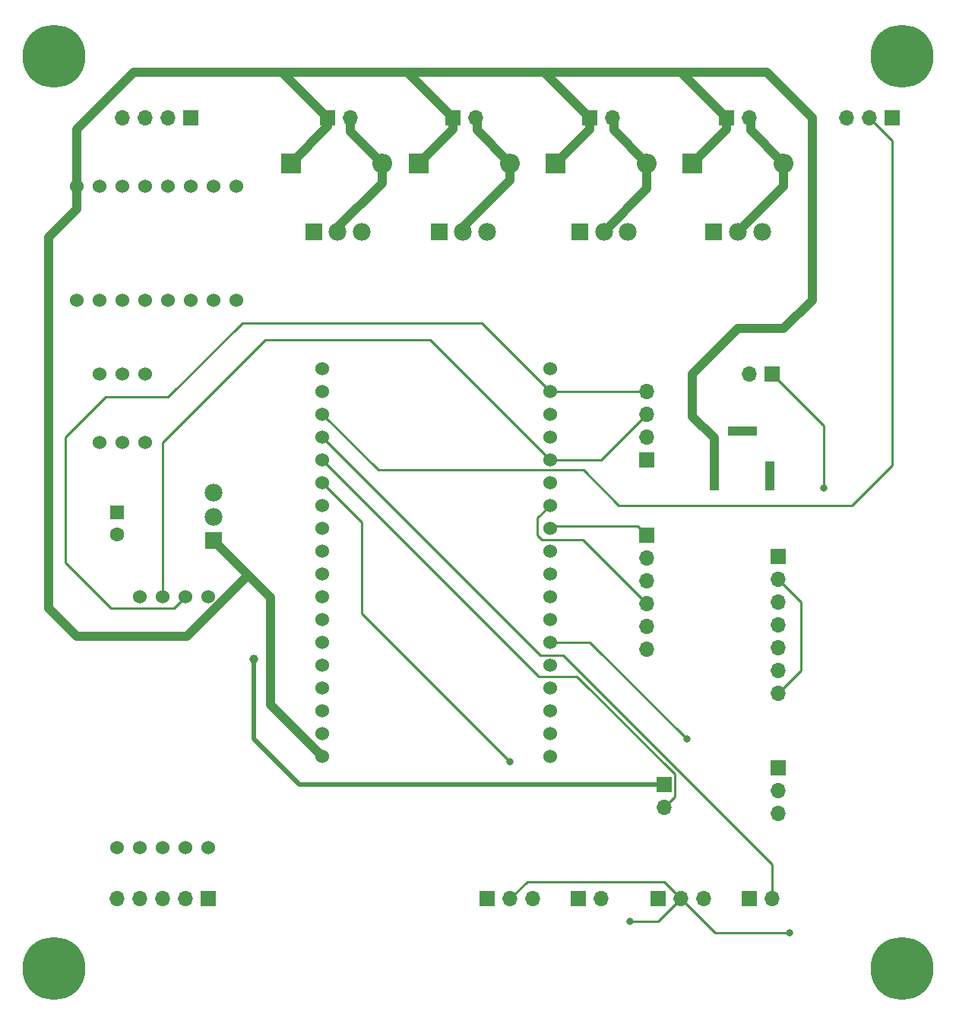
<source format=gbl>
%TF.GenerationSoftware,KiCad,Pcbnew,7.0.1*%
%TF.CreationDate,2023-04-23T09:13:03+12:00*%
%TF.ProjectId,Cocktail PCB,436f636b-7461-4696-9c20-5043422e6b69,rev?*%
%TF.SameCoordinates,Original*%
%TF.FileFunction,Copper,L2,Bot*%
%TF.FilePolarity,Positive*%
%FSLAX46Y46*%
G04 Gerber Fmt 4.6, Leading zero omitted, Abs format (unit mm)*
G04 Created by KiCad (PCBNEW 7.0.1) date 2023-04-23 09:13:03*
%MOMM*%
%LPD*%
G01*
G04 APERTURE LIST*
%TA.AperFunction,ComponentPad*%
%ADD10R,0.990600X3.200400*%
%TD*%
%TA.AperFunction,ComponentPad*%
%ADD11R,3.200400X0.990600*%
%TD*%
%TA.AperFunction,ComponentPad*%
%ADD12C,7.000000*%
%TD*%
%TA.AperFunction,ComponentPad*%
%ADD13R,1.700000X1.700000*%
%TD*%
%TA.AperFunction,ComponentPad*%
%ADD14O,1.700000X1.700000*%
%TD*%
%TA.AperFunction,ComponentPad*%
%ADD15R,2.200000X2.200000*%
%TD*%
%TA.AperFunction,ComponentPad*%
%ADD16O,2.200000X2.200000*%
%TD*%
%TA.AperFunction,ComponentPad*%
%ADD17R,1.980000X1.980000*%
%TD*%
%TA.AperFunction,ComponentPad*%
%ADD18C,1.980000*%
%TD*%
%TA.AperFunction,ComponentPad*%
%ADD19R,1.600000X1.600000*%
%TD*%
%TA.AperFunction,ComponentPad*%
%ADD20C,1.600000*%
%TD*%
%TA.AperFunction,ComponentPad*%
%ADD21C,1.524000*%
%TD*%
%TA.AperFunction,ViaPad*%
%ADD22C,1.000000*%
%TD*%
%TA.AperFunction,ViaPad*%
%ADD23C,0.800000*%
%TD*%
%TA.AperFunction,Conductor*%
%ADD24C,1.000000*%
%TD*%
%TA.AperFunction,Conductor*%
%ADD25C,0.500000*%
%TD*%
%TA.AperFunction,Conductor*%
%ADD26C,0.250000*%
%TD*%
G04 APERTURE END LIST*
D10*
X180236000Y-79248000D03*
X186436000Y-79248000D03*
D11*
X183336001Y-74248000D03*
D12*
X201168000Y-134112000D03*
X106680000Y-134112000D03*
X201168000Y-32512000D03*
X106680000Y-32512000D03*
D13*
X174625000Y-113660000D03*
D14*
X174625000Y-116200000D03*
D13*
X181610000Y-39370000D03*
D14*
X184150000Y-39370000D03*
D15*
X162560000Y-44450000D03*
D16*
X172720000Y-44450000D03*
D13*
X184145000Y-126365000D03*
D14*
X186685000Y-126365000D03*
D13*
X200010000Y-39370000D03*
D14*
X197470000Y-39370000D03*
X194930000Y-39370000D03*
D17*
X149540000Y-52070000D03*
D18*
X152240000Y-52070000D03*
X154940000Y-52070000D03*
D15*
X147320000Y-44450000D03*
D16*
X157480000Y-44450000D03*
D17*
X180180000Y-52070000D03*
D18*
X182880000Y-52070000D03*
X185580000Y-52070000D03*
D13*
X137160000Y-39370000D03*
D14*
X139700000Y-39370000D03*
D13*
X186690000Y-67945000D03*
D14*
X184150000Y-67945000D03*
D19*
X113665000Y-83312000D03*
D20*
X113665000Y-85812000D03*
D13*
X172720000Y-77470000D03*
D14*
X172720000Y-74930000D03*
X172720000Y-72390000D03*
X172720000Y-69850000D03*
D13*
X123825000Y-126365000D03*
D14*
X121285000Y-126365000D03*
X118745000Y-126365000D03*
X116205000Y-126365000D03*
X113665000Y-126365000D03*
D13*
X165100000Y-126365000D03*
D14*
X167640000Y-126365000D03*
D13*
X121920000Y-39370000D03*
D14*
X119380000Y-39370000D03*
X116840000Y-39370000D03*
X114300000Y-39370000D03*
D13*
X187325000Y-111760000D03*
D14*
X187325000Y-114300000D03*
X187325000Y-116840000D03*
D21*
X111760000Y-75565000D03*
X114300000Y-75525000D03*
X116840000Y-75565000D03*
X116840000Y-67945000D03*
X114300000Y-67905000D03*
X111760000Y-67945000D03*
D13*
X151130000Y-39370000D03*
D14*
X153670000Y-39370000D03*
D17*
X124460000Y-86520000D03*
D18*
X124460000Y-83820000D03*
X124460000Y-81120000D03*
D21*
X136525000Y-67310000D03*
X136525000Y-69850000D03*
X136525000Y-72390000D03*
X136525000Y-74930000D03*
X136525000Y-77470000D03*
X136525000Y-80010000D03*
X136525000Y-82550000D03*
X136525000Y-85090000D03*
X136525000Y-87630000D03*
X136525000Y-90170000D03*
X136525000Y-92710000D03*
X136525000Y-95250000D03*
X136525000Y-97790000D03*
X136525000Y-100330000D03*
X136525000Y-102870000D03*
X136525000Y-105410000D03*
X136525000Y-107950000D03*
X136525000Y-110490000D03*
X161925000Y-67310000D03*
X161925000Y-69850000D03*
X161925000Y-72390000D03*
X161925000Y-74930000D03*
X161925000Y-77470000D03*
X161925000Y-80010000D03*
X161925000Y-82550000D03*
X161925000Y-85090000D03*
X161925000Y-87630000D03*
X161925000Y-90170000D03*
X161925000Y-92710000D03*
X161925000Y-95250000D03*
X161933619Y-97790000D03*
X161925000Y-100330000D03*
X161925000Y-102870000D03*
X161925000Y-105410000D03*
X161925000Y-107950000D03*
X161925000Y-110490000D03*
D17*
X135570000Y-52070000D03*
D18*
X138270000Y-52070000D03*
X140970000Y-52070000D03*
D17*
X165210000Y-52070000D03*
D18*
X167910000Y-52070000D03*
X170610000Y-52070000D03*
D21*
X116205000Y-92710000D03*
X118745000Y-92710000D03*
X121285000Y-92710000D03*
X123825000Y-92710000D03*
X113665000Y-120650000D03*
X116205000Y-120650000D03*
X118745000Y-120650000D03*
X121285000Y-120650000D03*
X123825000Y-120650000D03*
D15*
X177800000Y-44450000D03*
D16*
X187960000Y-44450000D03*
D13*
X187325000Y-88265000D03*
D14*
X187325000Y-90805000D03*
X187325000Y-93345000D03*
X187325000Y-95885000D03*
X187325000Y-98425000D03*
X187325000Y-100965000D03*
X187325000Y-103505000D03*
D13*
X174005000Y-126365000D03*
D14*
X176545000Y-126365000D03*
X179085000Y-126365000D03*
D13*
X154940000Y-126365000D03*
D14*
X157480000Y-126365000D03*
X160020000Y-126365000D03*
D15*
X133030000Y-44450000D03*
D16*
X143190000Y-44450000D03*
D13*
X166370000Y-39370000D03*
D14*
X168910000Y-39370000D03*
D13*
X172720000Y-85852000D03*
D14*
X172720000Y-88392000D03*
X172720000Y-90932000D03*
X172720000Y-93472000D03*
X172720000Y-96012000D03*
X172720000Y-98552000D03*
D21*
X109220000Y-59690000D03*
X111760000Y-59690000D03*
X114300000Y-59690000D03*
X116840000Y-59690000D03*
X119380000Y-59690000D03*
X121920000Y-59690000D03*
X124460000Y-59690000D03*
X127000000Y-59690000D03*
X109220000Y-46990000D03*
X111760000Y-46990000D03*
X114300000Y-46990000D03*
X116840000Y-46990000D03*
X119380000Y-46990000D03*
X121920000Y-46990000D03*
X124460000Y-46990000D03*
X127000000Y-46990000D03*
D22*
X128905000Y-99695000D03*
D23*
X188595000Y-130175000D03*
X192405000Y-80645000D03*
X170815000Y-128905000D03*
X177165000Y-108585000D03*
X157480000Y-111125000D03*
D24*
X180236000Y-75080000D02*
X180236000Y-79248000D01*
X182880000Y-62865000D02*
X177800000Y-67945000D01*
X187960000Y-62865000D02*
X182880000Y-62865000D01*
X191135000Y-39370000D02*
X191135000Y-59690000D01*
X177800000Y-72644000D02*
X180236000Y-75080000D01*
X186055000Y-34290000D02*
X191135000Y-39370000D01*
X176530000Y-34290000D02*
X186055000Y-34290000D01*
X191135000Y-59690000D02*
X187960000Y-62865000D01*
X177800000Y-67945000D02*
X177800000Y-72644000D01*
X128270000Y-90332581D02*
X128270000Y-90330000D01*
X106045000Y-93980000D02*
X109220000Y-97155000D01*
X106045000Y-52705000D02*
X106045000Y-93980000D01*
X109220000Y-40640000D02*
X109220000Y-49530000D01*
X109220000Y-97155000D02*
X121447581Y-97155000D01*
X121447581Y-97155000D02*
X128270000Y-90332581D01*
X115570000Y-34290000D02*
X109220000Y-40640000D01*
X132080000Y-34290000D02*
X115570000Y-34290000D01*
X109220000Y-49530000D02*
X106045000Y-52705000D01*
D25*
X128905000Y-108585000D02*
X133980000Y-113660000D01*
X128905000Y-99695000D02*
X128905000Y-108585000D01*
X133980000Y-113660000D02*
X174625000Y-113660000D01*
D26*
X118745000Y-92710000D02*
X118745000Y-75565000D01*
X148590000Y-64135000D02*
X161925000Y-77470000D01*
X172720000Y-72390000D02*
X167640000Y-77470000D01*
X130175000Y-64135000D02*
X148590000Y-64135000D01*
X167640000Y-77470000D02*
X161925000Y-77470000D01*
X118745000Y-75565000D02*
X130175000Y-64135000D01*
X112395000Y-70485000D02*
X119380000Y-70485000D01*
X154305000Y-62230000D02*
X161925000Y-69850000D01*
X113030000Y-93980000D02*
X107950000Y-88900000D01*
X107950000Y-88900000D02*
X107950000Y-74930000D01*
X121285000Y-92710000D02*
X120015000Y-93980000D01*
X172720000Y-69850000D02*
X161925000Y-69850000D01*
X127635000Y-62230000D02*
X154305000Y-62230000D01*
X119380000Y-70485000D02*
X127635000Y-62230000D01*
X120015000Y-93980000D02*
X113030000Y-93980000D01*
X107950000Y-74930000D02*
X112395000Y-70485000D01*
X165608000Y-86360000D02*
X161036000Y-86360000D01*
X160528000Y-83947000D02*
X161925000Y-82550000D01*
X172720000Y-93472000D02*
X165608000Y-86360000D01*
X160528000Y-85852000D02*
X160528000Y-83947000D01*
X161036000Y-86360000D02*
X160528000Y-85852000D01*
D24*
X138065000Y-51800000D02*
X143190000Y-46675000D01*
X143190000Y-44450000D02*
X139700000Y-40960000D01*
X143190000Y-46675000D02*
X143190000Y-44450000D01*
X139700000Y-40960000D02*
X139700000Y-39370000D01*
X157320000Y-44290000D02*
X153830000Y-40800000D01*
X157480000Y-46355000D02*
X157480000Y-44450000D01*
X152035000Y-51800000D02*
X157480000Y-46355000D01*
X153830000Y-40800000D02*
X153830000Y-39210000D01*
X172720000Y-44450000D02*
X172720000Y-47260000D01*
X172720000Y-47260000D02*
X167910000Y-52070000D01*
X169070000Y-40800000D02*
X169070000Y-39210000D01*
X172560000Y-44290000D02*
X169070000Y-40800000D01*
X187800000Y-44290000D02*
X184310000Y-40800000D01*
X187960000Y-46990000D02*
X183150000Y-51800000D01*
X184310000Y-40800000D02*
X184310000Y-39210000D01*
X187960000Y-44180000D02*
X187960000Y-46990000D01*
D26*
X174640000Y-124460000D02*
X176545000Y-126365000D01*
X192405000Y-73660000D02*
X192405000Y-80645000D01*
X180355000Y-130175000D02*
X188595000Y-130175000D01*
X157480000Y-126365000D02*
X159385000Y-124460000D01*
X159385000Y-124460000D02*
X174640000Y-124460000D01*
X176545000Y-126365000D02*
X174005000Y-128905000D01*
X176545000Y-126365000D02*
X180355000Y-130175000D01*
X186690000Y-67945000D02*
X192405000Y-73660000D01*
X174005000Y-128905000D02*
X170815000Y-128905000D01*
X175800000Y-115025000D02*
X174625000Y-116200000D01*
X136525000Y-77470000D02*
X160655000Y-101600000D01*
X175800000Y-112485000D02*
X175800000Y-115025000D01*
X164915000Y-101600000D02*
X175800000Y-112485000D01*
X161290000Y-101600000D02*
X164915000Y-101600000D01*
X160655000Y-101600000D02*
X161925000Y-101600000D01*
X189865000Y-93345000D02*
X189865000Y-100965000D01*
X189865000Y-100965000D02*
X187325000Y-103505000D01*
X187325000Y-90805000D02*
X189865000Y-93345000D01*
X161933619Y-97790000D02*
X166370000Y-97790000D01*
X166370000Y-97790000D02*
X177165000Y-108585000D01*
D24*
X146050000Y-34290000D02*
X151130000Y-39370000D01*
X130810000Y-92870000D02*
X130810000Y-104775000D01*
X151130000Y-40640000D02*
X147320000Y-44450000D01*
X176530000Y-34290000D02*
X181610000Y-39370000D01*
X181610000Y-39370000D02*
X181610000Y-40640000D01*
X130810000Y-92870000D02*
X128270000Y-90330000D01*
X166370000Y-40640000D02*
X162560000Y-44450000D01*
X132080000Y-34290000D02*
X146050000Y-34290000D01*
X130810000Y-104775000D02*
X136525000Y-110490000D01*
X128270000Y-90330000D02*
X124460000Y-86520000D01*
X137160000Y-40320000D02*
X133030000Y-44450000D01*
X137160000Y-39370000D02*
X137160000Y-40320000D01*
X181610000Y-40640000D02*
X177800000Y-44450000D01*
X132080000Y-34290000D02*
X137160000Y-39370000D01*
X151130000Y-39370000D02*
X151130000Y-40640000D01*
X166370000Y-39370000D02*
X166370000Y-40640000D01*
X146050000Y-34290000D02*
X161290000Y-34290000D01*
X161290000Y-34290000D02*
X166370000Y-39370000D01*
X161290000Y-34290000D02*
X176530000Y-34290000D01*
D26*
X140970000Y-94615000D02*
X140970000Y-84455000D01*
X140970000Y-84455000D02*
X136525000Y-80010000D01*
X157480000Y-111125000D02*
X140970000Y-94615000D01*
X163378000Y-99243000D02*
X186685000Y-122550000D01*
X136525000Y-74930000D02*
X160838000Y-99243000D01*
X160838000Y-99243000D02*
X163378000Y-99243000D01*
X186685000Y-122550000D02*
X186685000Y-126365000D01*
X195580000Y-82550000D02*
X200025000Y-78105000D01*
X200025000Y-78105000D02*
X200025000Y-41925000D01*
X200025000Y-41925000D02*
X197470000Y-39370000D01*
X169545000Y-82550000D02*
X195580000Y-82550000D01*
X165640000Y-78645000D02*
X169545000Y-82550000D01*
X142780000Y-78645000D02*
X165640000Y-78645000D01*
X136525000Y-72390000D02*
X142780000Y-78645000D01*
X171704000Y-84836000D02*
X162179000Y-84836000D01*
X162179000Y-84836000D02*
X161925000Y-85090000D01*
X172720000Y-85852000D02*
X171704000Y-84836000D01*
M02*

</source>
